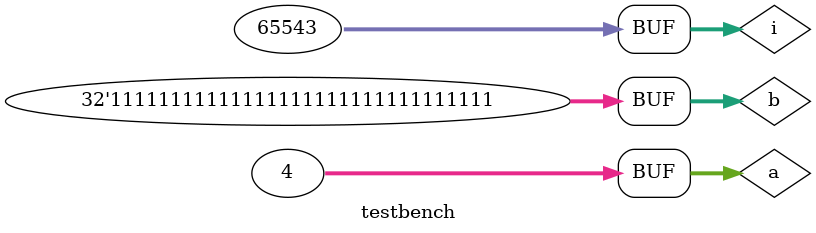
<source format=v>
module  testbench();
reg[31:0] a,b,i;          
wire [31:0] r;
wire [2:0] f;
alu test(i,a,b,r,f);
initial begin
   i = 32'h00000020; // addtest 
   a = 32'h00000001; b = 32'h00000010; #10;
   if (r !== 32'h00000011 | f !== 3'b000) $display("add test failed."); else $display("add test succeeded"); 
   a = 32'h80000000; b = 32'h80000001; #10;
   if (r !== 32'h00000001 | f !== 3'b001) $display("add(n-overflow) test failed."); else $display("add(n-overflow) test succeeded"); 
   a = 32'h40000000; b = 32'h40000000; #10;
   if (r !== 32'h80000000 | f !== 3'b001) $display("add(p-overflow) test failed."); else $display("add(p-overflow) test succeeded");
   a = 32'h00000000; b = 32'h00000000; #10;
   if (r !== 32'h00000000 | f !== 3'b100) $display("add(zero test test failed)"); else $display("add(zero test) test succeeded");
   a = 32'h80000000; b = 32'h80000000; #10;
   if (r !== 32'h00000000 | f !== 3'b101) $display("add(zero&overflow test failed)"); else $display("add(zero&overflow test) test succeeded");
   $display("----------add-test-over----------");
   
   // addi test
   i = 32'b001000_00000_00001_0000000000000010; 
   a = 32'h00000002; b = 32'h00000000; #10;
   if (r !== 32'h00000004 | f != 3'b000) $display("addi test failed."); else $display("addi test succeeded");
   i = 32'b001000_00000_00001_1111111111111111; 
   a = 32'h00000002; b = 32'h00000000; #10;
   if (r !== 32'h00000001 | f != 3'b000) $display("addi(negative) test failed."); else $display("addi(negative) test succeeded");
   i = 32'b001000_00000_00001_0000000000000010; 
   a = 32'h7fff_ffff; b = 32'h00000000; #10;
   if (r !== 32'h80000001 | f != 3'b001) $display("addi(overflow) test failed."); else $display("addi(overflow) test succeeded");
   i = 32'b001000_00001_00000_0000000000000010; 
   b = 32'h00000002; a = 32'h00000000; #10;
   if (r !== 32'h00000004 | f != 3'b000) $display("addi(reverse order) test failed."); else $display("addi reverse order test succeeded");
   i = 32'b001000_00001_00000_1111111111111111; 
   b = 32'h00000002; a = 32'h00000000; #10;
   if (r !== 32'h00000001 | f != 3'b000) $display("addi(r-negative) test failed."); else $display("addi(r-negative) test succeeded");
   i = 32'b001000_00001_00000_0000000000000010; 
   b = 32'h7fff_ffff; a = 32'h00000000; #10;
   if (r !== 32'h80000001 | f != 3'b001) $display("addi(r-overflow) test failed."); else $display("addi(r-overflow) test succeeded");
   i = 32'b001000_00001_00000_0000000000000000; 
   b = 32'h0000_0000; a = 32'h00000000; #10;
   if (r !== 32'h00000000 | f != 3'b100) $display("addi(zero) test failed."); else $display("addi(zero) test succeeded");
   $display("----------addi-test-over----------");
   
   i = 32'h00000021; //addutest
   a = 32'h00000011; b = 32'h00000100; #10;
   if (r !== 32'h00000111 | f !== 3'b000) $display("addu test failed."); else $display("addu test succeeded");
   a = 32'h80000000; b = 32'h80000001; #10;
   if (r !== 32'h00000001 | f !== 3'b000) $display("addu(overflow) test failed."); else $display("addu(overflow) test succeeded"); 
   a = 32'h00000000; b = 32'h00000000; #10;
   if (r !== 32'h00000000 | f !== 3'b100) $display("addu(zero test test failed)"); else $display("addu(zero test) test succeeded");
   a = 32'h80000000; b = 32'h80000000; #10;
   if (r !== 32'h00000000 | f !== 3'b100) $display("addu(zero&overflow test failed)"); else $display("addu(zero&overflow test) test succeeded");
   $display("----------addu-test-over----------");

   //addiu test
   i = 32'b001001_00000_00001_0000000000000010; 
   a = 32'h00000002; b = 32'h00000000; #10;
   if (r !== 32'h00000004 | f != 3'b000) $display("addiu test failed."); else $display("addiu test succeeded");
   i = 32'b001000_00000_00001_0111111111111111; 
   a = 32'h00000001; b = 32'h00000000; #10;
   if (r !== 32'h00008000 | f != 3'b000) $display("addiu(negative) test failed."); else $display("addiu(negative) test succeeded");
   i = 32'b001001_00000_00001_0000000000000010; 
   a = 32'h7fff_ffff; b = 32'h00000000; #10;
   if (r !== 32'h80000001 | f != 3'b000) $display("addiu(overflow) test failed."); else $display("addiu(overflow) test succeeded");
   i = 32'b001001_00001_00000_0000000000000010; 
   b = 32'h00000002; a = 32'h00000000; #10;
   if (r !== 32'h00000004 | f != 3'b000) $display("addiu(reverse order) test failed."); else $display("addiu reverse order test succeeded");
   i = 32'b001001_00001_00000_0000000000000000; 
   b = 32'h0000_0000; a = 32'h00000000; #10;
   if (r !== 32'h00000000 | f != 3'b100) $display("addiu(zero) test failed."); else $display("addiu(zero) test succeeded");
   $display("----------addiu-test-over----------");

   i = 32'b000000_00000_00001_00000_00000_100010;
   a = 32'h0000000f; b = 32'h00000001; #10;
   if (r !== 32'h0000000e | f !== 3'b000) $display("sub test failed"); else $display("sub test succeeded");
   a = 32'h80000000; b = 32'h0000001; #10;
   if (r !== 32'h7fff_ffff | f !== 3'b001) $display("sub(overflow) test failed"); else $display("sub(overflow) test succeeded");
   i = 32'b000000_00001_00000_00000_00000_100010;
   a = 32'h00000001; b = 32'h0000000f; #10;
   if (r !== 32'h0000000e | f !== 3'b000) $display("sub(reverse reg order) test failed"); else $display("sub(reverse reg order) test succeeded");
   i = 32'b000000_00001_00000_00000_00000_100010;
   a = 32'hffff_ffff; b = 32'hffff_ffff; #10;
   if (r !== 32'h00000000 | f !== 3'b100) $display("sub(zero) test failed"); else $display("sub(zero) test succeeded");
   $display("----------sub-test-over----------");

   i = 32'b000000_00000_00001_00000_00000_100011;
   a = 32'h0000000f; b = 32'h00000001; #10;
   if (r !== 32'h0000000e | f !== 3'b000) $display("subu test failed"); else $display("subu test succeeded");
   a = 32'h80000000; b = 32'h0000001; #10;
   if (r !== 32'h7fff_ffff | f !== 3'b000) $display("subu(overflow) test failed"); else $display("subu(overflow) test succeeded");
   i = 32'b000000_00001_00000_00000_00000_100011;
   a = 32'h00000001; b = 32'h0000000f; #10;
   if (r !== 32'h0000000e | f !== 3'b000) $display("subu(reverse reg order) test failed"); else $display("subu(reverse reg order) test succeeded");
   i = 32'b000000_00001_00000_00000_00000_100011;
   a = 32'hffff_ffff; b = 32'hffff_ffff; #10;
   if (r !== 32'h00000000 | f !== 3'b100) $display("subu(zero) test failed"); else $display("subu(zero) test succeeded");
   $display("----------subu-test-over----------");

   i = 32'b000000_00000_00001_00000_00000_100100;
   a = 32'h00000000; b = 32'h0000000f; #10;
   if (r !== 32'h00000000 | f !== 3'b000) $display("and1 test failed"); else $display("and1 test succeeded");
   a = 32'h0000000e; b = 32'h00000007; #10;
   if (r !== 32'h00000006 | f !== 3'b000) $display("and2 test failed"); else $display("and2 test succeeded");
   i = 32'b000000_00000_00001_00000_00000_100101;
   a = 32'h00000000; b = 32'h0000000f; #10;
   if (r !== 32'h0000000f | f !== 3'b000) $display("or1 test failed"); else $display("or1 test succeeded");
   a = 32'h0000000e; b = 32'h00000007; #10;
   if (r !== 32'h0000000f | f !== 3'b000) $display("or2 test failed"); else $display("or2 test succeeded");
   i = 32'b000000_00000_00001_00000_00000_100110;
   a = 32'h00000000; b = 32'h0000000f; #10;   
   if (r !== 32'h0000000f | f !== 3'b000) $display("xor1 test failed"); else $display("xor1 test succeeded");
   a = 32'h0000000e; b = 32'h00000007; #10;
   if (r !== 32'h00000009 | f !== 3'b000) $display("xor2 test failed"); else $display("xor2 test succeeded");
   i = 32'b000000_00000_00001_00000_00000_100111;
   a = 32'h00000000; b = 32'h0000000f; #10;   
   if (r !== 32'hffff_fff0 | f !== 3'b000) $display("nor1 test failed"); else $display("nor1 test succeeded");
   a = 32'h0000000e; b = 32'h00000007; #10;
   if (r !== 32'hffff_fff0 | f !==3'b000) $display("nor2 test failed"); else $display("nor2 test succeeded");
   $display("-------and,or,xor,nor test over--------");

   i = 32'b001100_00000_00001_0000000000001111;
   a = 32'h00000000; b = 32'h0000000f; #10;
   if (r !== 32'h00000000 | f !== 3'b000) $display("andi1 test failed"); else $display("andi1 test succeeded");
   i = 32'b001100_00000_00001_1111111111111111;
   a = 32'h0000ffff; b = 32'h0000000f; #10;
   if (r !== 32'h0000ffff | f !== 3'b000) $display("andi2 test failed"); else $display("andi2 test succeeded");
   i = 32'b001100_00001_00000_0000000000001111;
   b = 32'h00000000; a = 32'h0000000f; #10;
   if (r !== 32'h00000000 | f !== 3'b000) $display("andi3 test failed"); else $display("andi3 test succeeded");
   i = 32'b001100_00001_00000_1111111111111111;
   b = 32'h0000ffff; a = 32'h0000000f; #10;
   if (r !== 32'h0000ffff | f !== 3'b000) $display("andi3 test failed"); else $display("andi3 test succeeded");

   i = 32'b001101_00000_00001_0000000000001111;
   a = 32'h00000000; b = 32'h000000ff; #10;
   if (r !== 32'h0000000f | f !== 3'b000) $display("ori1 test failed"); else $display("ori1 test succeeded");
   i = 32'b001101_00000_00001_1111111111111111;
   a = 32'h0000ffff; b = 32'h0000000f; #10;
   if (r !== 32'hffffffff | f !== 3'b000) $display("ori2 test failed"); else $display("ori2 test succeeded");
   i = 32'b001101_00001_00000_0000000000001111;
   b = 32'h00000000; a = 32'h000000ff; #10;
   if (r !== 32'h0000000f | f !== 3'b000) $display("ori3 test failed"); else $display("ori3 test succeeded");
   i = 32'b001101_00001_00000_1111111111111111;
   b = 32'h0000ffff; a = 32'h0000000f; #10;
   if (r !== 32'hffff_ffff | f !== 3'b000) $display("ori4 test failed"); else $display("ori4 test succeeded");

   i = 32'b001110_00000_00001_0000000000001111;
   a = 32'h00000000; b = 32'h000000ff; #10;
   if (r !== 32'h0000000f | f !== 3'b000) $display("xori1 test failed"); else $display("xori1 test succeeded");
   i = 32'b001110_00000_00001_1111111111111111;
   a = 32'h0000ffff; b = 32'h0000000f; #10;
   if (r !== 32'hffff0000 | f !== 3'b000) $display("xori2 test failed"); else $display("xori2 test succeeded");
   i = 32'b001110_00001_00000_0000000000001111;
   b = 32'h00000000; a = 32'h000000ff; #10;
   if (r !== 32'h0000000f | f !== 3'b000) $display("xori3 test failed"); else $display("xori3 test succeeded");
   i = 32'b001110_00001_00000_1111111111111111;
   b = 32'h0000ffff; a = 32'h0000000f; #10;
   if (r !== 32'hffff_0000 | f !== 3'b000) $display("xori4 test failed"); else $display("xori4 test succeeded");
   $display("-------andi,ori,xori,nori test over--------");

   i = 32'b000100_00000_00001_0000111100001111;
   a = 32'h0000ffff; b = 32'h0000000f; #10;
   if (f[2] !== 0) $display("beq (not equal) test failed"); else $display("beq (not equal) test succeeded");
   a = 32'h0000ffff; b = 32'h0000ffff; #10;
   if (f[2] !== 1) $display("beq (equal) test failed"); else $display("beq (equal) test succeeded");
   i = 32'b000101_00000_00001_0000111100001111;
   a = 32'h0000ffff; b = 32'h0000000f; #10;
   if (f[2] !== 1) $display("bne (not equal) test failed"); else $display("bne (not equal) test succeeded");
   a = 32'h0000ffff; b = 32'h0000ffff; #10;
   if (f[2] !== 0) $display("bne (equal) test failed"); else $display("bne (equal) test succeeded");
   $display("-----------bne, beq test over-----------");

   i = 32'b000000_00000_00001_00000_00000_101010;
   a = 32'h0000000f; b = 32'h0000_0001; #10;
   if (f[1] !== 0) $display("slt test failed"); else $display("slt test succeeded");
   i = 32'b000000_00001_00000_00000_00000_101010;
   a = 32'h0000000f; b = 32'h0000001; #10;
   if (f[1] !== 1) $display("slt(reverse order) test failed"); else $display("slt(reverse order) test succeeded");
   a = 32'h00000001; b = 32'h0000001; #10;
   if (f[1] !== 0) $display("slt(equal) test failed"); else $display("slt(equal) test succeeded");
   a = 32'h00000001; b = 32'hf0000001; #10;
   if (f[1] !== 1) $display("slt(negative) test failed"); else $display("slt(negative) test succeeded");
   $display("-------------slt test over-------------");

   i = 32'b001010_00000_00001_0000111100001111;
   a = 32'h00000001; b = 32'h0fff_ffff; #10;
   if (f[1] == 1)$display("slti test failed"); else $display("slti test succeeded");
   i = 32'b001010_00001_00000_0000111100001111; #10;
   if (f[1] == 0)$display("slti(reversed) test failed"); else $display("slti(reversed) test succeeded");
   i = 32'b001010_00000_00001_1000111100001111;
   a = 32'h00000001; b = 32'h0fff_ffff; #10;
   if (f[1] == 0)$display("slti(negative) test failed"); else $display("slti(negative) test succeeded");
   $display("-------------slti test over-------------");

   i = 32'b000000_00000_00001_00000_00000_101011;
   a = 32'h0000000f; b = 32'h0000001; #10;
   if (f[1] !== 0) $display("sltu test failed"); else $display("sltu test succeeded");
   i = 32'b000000_00001_00000_00000_00000_101011;
   a = 32'h0000000f; b = 32'h0000001; #10;
   if (f[1] !== 1) $display("sltu(reverse order) test failed"); else $display("sltu(reverse order) test succeeded");
   a = 32'h00000001; b = 32'h0000001; #10;
   if (f[1] !== 0) $display("sltu(equal) test failed"); else $display("sltu(equal) test succeeded");
   a = 32'h00000001; b = 32'hf0000001; #10;
   if (f[1] !== 0) $display("sltu(negative) test failed"); else $display("sltu(negative) test succeeded");
   $display("-------------sltu test over-------------");

   i = 32'b001011_00000_00001_0000111100001111;
   a = 32'h00000001; b = 32'h0fff_ffff; #10;
   if (f[1] == 1)$display("sltiu test failed"); else $display("sltiu test succeeded");
   i = 32'b001011_00001_00000_0000111100001111; #10;
   if (f[1] == 0)$display("sltiu(reversed) test failed"); else $display("sltiu(reversed) test succeeded");
   i = 32'b001011_00000_00001_1000111100001111;
   a = 32'h00000001; b = 32'h0fff_ffff; #10;
   if (f[1] == 1)$display("sltiu(negative) test failed"); else $display("sltiu(negative) test succeeded");
   $display("-------------sltiu test over-------------");
 
   // lw test
   i = 32'b100011_00000_00001_0000000000000110; 
   a = 32'h00000004; b = 32'h00000000; #10;
   if (r !== 32'h0000000a | f != 3'b000) $display("lw test failed."); else $display("lw test succeeded");
   i = 32'b100011_00000_00001_1111111111111111; 
   a = 32'h00000004; b = 32'h00000000; #10;
   if (r !== 32'h00000003 | f != 3'b000) $display("lw test failed."); else $display("lw test succeeded");
   // sw test
   i = 32'b101011_00001_00000_0000000000000110; 
   b = 32'h00000004; a = 32'h00000000; #10;
   if (r !== 32'h0000000a | f != 3'b000) $display("sw test failed."); else $display("sw test succeeded");
   i = 32'b101011_00000_00001_1111111111111111; 
   a = 32'h00000004; b = 32'h00000000; #10;
   if (r !== 32'h00000003 | f != 3'b000) $display("sw test failed."); else $display("sw test succeeded");
   $display("-------------lw,sw test over-------------");

   //sll 
   i = 32'b000000_00001_00000_00000_00010_000000;
   a = 32'h00000010; b = 32'h00000011; #10;
   if (r !== 32'h00000040 | f != 3'b000) $display("sll test failed."); else $display("sll test succeeded");
   i = 32'b000000_00001_00000_00000_00100_000000;
   a = 32'hffff_ffff; b = 32'h00000011; #10;
   if (r !== 32'hffff_fff0 | f != 3'b000) $display("sll test failed."); else $display("sll test succeeded");
   i = 32'b000000_00000_00001_00000_00010_000000;
   a = 32'h00000010; b = 32'h00000011; #10;
   if (r !== 32'h00000044 | f != 3'b000) $display("sll test failed."); else $display("sll test succeeded");
   //srl
   i = 32'b000000_00001_00000_00000_00010_000010;
   a = 32'h00000040; b = 32'h00000011; #10;
   if (r !== 32'h00000010 | f != 3'b000) $display("srl test failed."); else $display("srl test succeeded");
   i = 32'b000000_00000_00001_00000_00010_000010;
   b = 32'h00000040; a = 32'h00000011; #10;
   if (r !== 32'h00000010 | f != 3'b000) $display("srl test failed."); else $display("srl test succeeded");
   //sra
   i = 32'b000000_00001_00000_00000_00010_000011;
   a = 32'h00000040; b = 32'h00000011; #10;
   if (r !== 32'h00000010 | f != 3'b000) $display("sra test failed."); else $display("sra test succeeded");
   a = 32'hffff_fff4; #10;
   if (r !== 32'hffff_fffd | f != 3'b000) $display("sra(negative) test failed."); else $display("sra(negative) test succeeded");
   $display("-------------sll, srl, sra over-------------");   
   //sllv
   i = 32'b000000_00001_00000_00000_00000_000100;
   a = 32'hffff_ffff; b = 32'h0000_0004; #10;
   if (r !== 32'hffff_fff0 | f != 3'b000) $display("sllv test failed."); else $display("sllv test succeeded");
   i = 32'b000000_00000_00001_00000_00000_000100;
   b = 32'hffff_ffff; a = 32'h0000_0004; #10;
   if (r !== 32'hffff_fff0 | f != 3'b000) $display("sllv(reversed) test failed."); else $display("sllv(reversed) test succeeded");
   //srlv
   i = 32'b000000_00001_00000_00000_00000_000110;
   a = 32'hffff_ffff; b = 32'h0000_0004; #10;
   if (r !== 32'h0fff_ffff | f != 3'b000) $display("srlv test failed."); else $display("srlv test succeeded");
   i = 32'b000000_00000_00001_00000_00000_000110;
   b = 32'hffff_ffff; a = 32'h0000_0004; #10;
   if (r !== 32'h0fff_ffff | f != 3'b000) $display("srlv(reversed) test failed."); else $display("srlv(reversed) test succeeded");
   //srav
   i = 32'b000000_00001_00000_00000_00000_000111;
   a = 32'h0000_000f; b = 32'h00000002; #10;
   if (r !== 32'h0000_0003 | f != 3'b000) $display("srav test failed."); else $display("srav test succeeded");
   i = 32'b000000_00001_00000_00000_00000_000111;
   a = 32'hffff_ffff; b = 32'h0000_0004; #10;
   if (r !== 32'hffff_ffff | f != 3'b000) $display("srav(negative) test failed."); else $display("srav (negative) test succeeded");
   i = 32'b000000_00000_00001_00000_00000_000111;
   b = 32'hffff_ffff; a = 32'h0000_0004; #10;
   if (r !== 32'hffff_ffff | f != 3'b000) $display("srav(reversed) test failed."); else $display("srav(reversed) test succeeded");
   $display("-------------sllv, srlv, srav over-------------");  
   
end
endmodule
</source>
